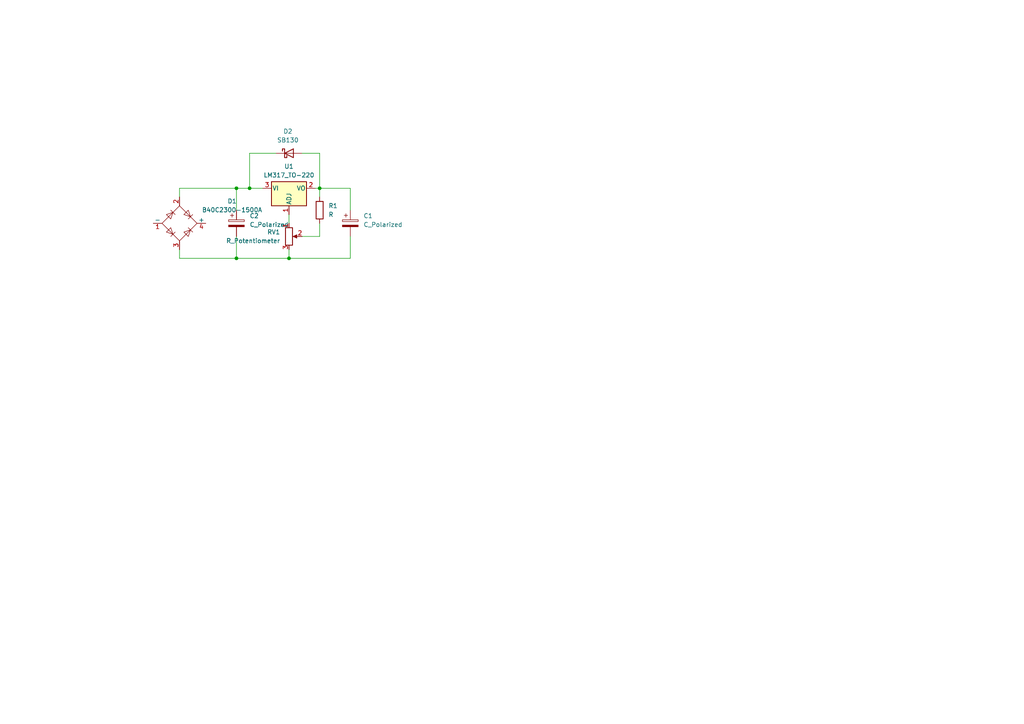
<source format=kicad_sch>
(kicad_sch (version 20250114) (generator "eeschema") (generator_version "9.0")
  (paper "A4")
  (lib_symbols
    (symbol "Device:C_Polarized" (pin_numbers (hide yes)) (pin_names (offset 0.254))
      (property "Reference" "C" (at 0.635 2.54 0))
      (property "Value" "C_Polarized" (at 0.635 -2.54 0))
      (symbol "C_Polarized_0_1"
        (rectangle (start -2.286 0.508) (end 2.286 1.016))
        (polyline (pts (xy -1.778 2.286) (xy -0.762 2.286)))
        (polyline (pts (xy -1.27 2.794) (xy -1.27 1.778)))
        (rectangle (start 2.286 -0.508) (end -2.286 -1.016) (fill (type outline)))
      )
      (symbol "C_Polarized_1_1"
        (pin passive line (at 0 3.81 270) (length 2.794) (name "~") (number "1"))
        (pin passive line (at 0 -3.81 90) (length 2.794) (name "~") (number "2"))
      )
    )
    (symbol "Device:R" (pin_numbers (hide yes)) (pin_names (offset 0))
      (property "Reference" "R" (at 2.032 0 90))
      (property "Value" "R" (at 0 0 90))
      (symbol "R_0_1"
        (rectangle (start -1.016 -2.54) (end 1.016 2.54) (stroke (width 0.254)))
      )
      (symbol "R_1_1"
        (pin passive line (at 0 3.81 270) (length 1.27) (name "~") (number "1"))
        (pin passive line (at 0 -3.81 90) (length 1.27) (name "~") (number "2"))
      )
    )
    (symbol "Device:R_Potentiometer" (pin_names (offset 1.016) (hide yes))
      (property "Reference" "RV" (at -4.445 0 90))
      (property "Value" "R_Potentiometer" (at -2.54 0 90))
      (symbol "R_Potentiometer_0_1"
        (rectangle (start 1.016 2.54) (end -1.016 -2.54) (stroke (width 0.254)))
        (polyline (pts (xy 1.143 0) (xy 2.286 0.508) (xy 2.286 -0.508) (xy 1.143 0)) (fill (type outline)))
        (polyline (pts (xy 2.54 0) (xy 1.524 0)))
      )
      (symbol "R_Potentiometer_1_1"
        (pin passive line (at 0 3.81 270) (length 1.27) (name "1") (number "1"))
        (pin passive line (at 0 -3.81 90) (length 1.27) (name "3") (number "3"))
        (pin passive line (at 3.81 0 180) (length 1.27) (name "2") (number "2"))
      )
    )
    (symbol "Diode:SB130" (pin_numbers (hide yes)) (pin_names (offset 1.016) (hide yes))
      (property "Reference" "D" (at 0 2.54 0))
      (property "Value" "SB130" (at 0 -2.54 0))
      (symbol "SB130_0_1"
        (polyline (pts (xy -1.905 0.635) (xy -1.905 1.27) (xy -1.27 1.27) (xy -1.27 -1.27) (xy -0.635 -1.27) (xy -0.635 -0.635)) (stroke (width 0.254)))
        (polyline (pts (xy 1.27 1.27) (xy 1.27 -1.27) (xy -1.27 0) (xy 1.27 1.27)) (stroke (width 0.254)))
        (polyline (pts (xy 1.27 0) (xy -1.27 0)))
      )
      (symbol "SB130_1_1"
        (pin passive line (at -3.81 0 0) (length 2.54) (name "K") (number "1"))
        (pin passive line (at 3.81 0 180) (length 2.54) (name "A") (number "2"))
      )
    )
    (symbol "Diode_Bridge:B40C2300-1500A" (pin_names (offset 0))
      (property "Reference" "D" (at 2.54 6.985 0))
      (property "Value" "B40C2300-1500A" (at 2.54 5.08 0))
      (symbol "B40C2300-1500A_0_1"
        (polyline (pts (xy -5.08 0) (xy 0 -5.08) (xy 5.08 0) (xy 0 5.08) (xy -5.08 0)))
        (polyline (pts (xy -3.81 2.54) (xy -2.54 1.27) (xy -1.905 3.175) (xy -3.81 2.54)))
        (polyline (pts (xy -2.54 3.81) (xy -1.27 2.54)))
        (polyline (pts (xy -2.54 -1.27) (xy -3.81 -2.54) (xy -1.905 -3.175) (xy -2.54 -1.27)))
        (polyline (pts (xy -1.27 -2.54) (xy -2.54 -3.81)))
        (polyline (pts (xy 1.27 2.54) (xy 2.54 3.81) (xy 3.175 1.905) (xy 1.27 2.54)))
        (polyline (pts (xy 2.54 1.27) (xy 3.81 2.54)))
        (polyline (pts (xy 2.54 -1.27) (xy 3.81 -2.54)))
        (polyline (pts (xy 3.175 -1.905) (xy 1.27 -2.54) (xy 2.54 -3.81) (xy 3.175 -1.905)))
      )
      (symbol "B40C2300-1500A_1_1"
        (pin passive line (at -7.62 0 0) (length 2.54) (name "-") (number "1"))
        (pin passive line (at 0 7.62 270) (length 2.54) (name "~") (number "2"))
        (pin passive line (at 0 -7.62 90) (length 2.54) (name "~") (number "3"))
        (pin passive line (at 7.62 0 180) (length 2.54) (name "+") (number "4"))
      )
    )
    (symbol "Regulator_Linear:LM317_TO-220" (pin_names (offset 0.254))
      (property "Reference" "U" (at -3.81 3.175 0))
      (property "Value" "LM317_TO-220" (at 0 3.175 0))
      (symbol "LM317_TO-220_0_1"
        (rectangle (start -5.08 1.905) (end 5.08 -5.08) (stroke (width 0.254)) (fill (type background)))
      )
      (symbol "LM317_TO-220_1_1"
        (pin power_in line (at -7.62 0 0) (length 2.54) (name "VI") (number "3"))
        (pin input line (at 0 -7.62 90) (length 2.54) (name "ADJ") (number "1"))
        (pin power_out line (at 7.62 0 180) (length 2.54) (name "VO") (number "2"))
      )
    )
  )
  (junction (at 83.82 74.93))
  (junction (at 72.39 54.61))
  (junction (at 92.71 54.61))
  (junction (at 68.58 54.61))
  (junction (at 68.58 74.93))
  (wire (pts (xy 83.82 74.93) (xy 101.6 74.93)))
  (wire (pts (xy 92.71 64.77) (xy 92.71 68.58)))
  (wire (pts (xy 52.07 72.39) (xy 52.07 74.93)))
  (wire (pts (xy 68.58 54.61) (xy 68.58 60.96)))
  (wire (pts (xy 72.39 44.45) (xy 72.39 54.61)))
  (wire (pts (xy 92.71 54.61) (xy 92.71 57.15)))
  (wire (pts (xy 101.6 74.93) (xy 101.6 68.58)))
  (wire (pts (xy 68.58 68.58) (xy 68.58 74.93)))
  (wire (pts (xy 52.07 74.93) (xy 68.58 74.93)))
  (wire (pts (xy 68.58 54.61) (xy 52.07 54.61)))
  (wire (pts (xy 68.58 74.93) (xy 83.82 74.93)))
  (wire (pts (xy 92.71 54.61) (xy 92.71 44.45)))
  (wire (pts (xy 80.01 44.45) (xy 72.39 44.45)))
  (wire (pts (xy 83.82 62.23) (xy 83.82 64.77)))
  (wire (pts (xy 91.44 54.61) (xy 92.71 54.61)))
  (wire (pts (xy 76.2 54.61) (xy 72.39 54.61)))
  (wire (pts (xy 52.07 54.61) (xy 52.07 57.15)))
  (wire (pts (xy 101.6 54.61) (xy 92.71 54.61)))
  (wire (pts (xy 92.71 68.58) (xy 87.63 68.58)))
  (wire (pts (xy 92.71 44.45) (xy 87.63 44.45)))
  (wire (pts (xy 72.39 54.61) (xy 68.58 54.61)))
  (wire (pts (xy 101.6 60.96) (xy 101.6 54.61)))
  (wire (pts (xy 83.82 72.39) (xy 83.82 74.93)))
  (symbol (lib_id "Device:C_Polarized") (at 68.58 64.77 0) (unit 1)
    (property "Reference" "C2" (at 72.39 62.6109 0) (effects (justify left)))
    (property "Value" "C_Polarized" (at 72.39 65.1509 0) (effects (justify left)))
    (property "Footprint" "Capacitor_THT:CP_Radial_D5.0mm_P2.50mm" (effects (hide yes)))
    (property "Description" "Polarized capacitor" (effects (hide yes)))
  )
  (symbol (lib_id "Diode_Bridge:B40C2300-1500A") (at 52.07 64.77 0) (unit 1)
    (property "Reference" "D1" (at 67.31 58.3498 0))
    (property "Value" "B40C2300-1500A" (at 67.31 60.8898 0))
    (property "Footprint" "Diode_THT:Diode_Bridge_19.0x3.5x10.0mm_P5.0mm" (effects (hide yes)))
    (property "Datasheet" "https://diotec.com/tl_files/diotec/files/pdf/datasheets/b40c2300.pdf" (effects (hide yes)))
    (property "Description" "Silicon Bridge Rectifier, 40V Vrms, 1.5A If, pins=-AA+, SIL-package" (effects (hide yes)))
  )
  (symbol (lib_id "Device:R_Potentiometer") (at 83.82 68.58 0) (unit 1)
    (property "Reference" "RV1" (at 81.28 67.3099 0) (effects (justify right)))
    (property "Value" "R_Potentiometer" (at 81.28 69.8499 0) (effects (justify right)))
    (property "Footprint" "Potentiometer_THT:Potentiometer_Piher_T-16H_Single_Horizontal" (effects (hide yes)))
    (property "Description" "Potentiometer" (effects (hide yes)))
  )
  (symbol (lib_id "Device:R") (at 92.71 60.96 0) (unit 1)
    (property "Reference" "R1" (at 95.25 59.6899 0) (effects (justify left)))
    (property "Value" "R" (at 95.25 62.2299 0) (effects (justify left)))
    (property "Footprint" "Resistor_THT:R_Axial_DIN0204_L3.6mm_D1.6mm_P5.08mm_Horizontal" (effects (hide yes)))
    (property "Description" "Resistor" (effects (hide yes)))
  )
  (symbol (lib_id "Device:C_Polarized") (at 101.6 64.77 0) (unit 1)
    (property "Reference" "C1" (at 105.41 62.6109 0) (effects (justify left)))
    (property "Value" "C_Polarized" (at 105.41 65.1509 0) (effects (justify left)))
    (property "Footprint" "Capacitor_THT:CP_Radial_D5.0mm_P2.50mm" (effects (hide yes)))
    (property "Description" "Polarized capacitor" (effects (hide yes)))
  )
  (symbol (lib_id "Regulator_Linear:LM317_TO-220") (at 83.82 54.61 0) (unit 1)
    (property "Reference" "U1" (at 83.82 48.26 0))
    (property "Value" "LM317_TO-220" (at 83.82 50.8 0))
    (property "Footprint" "Package_TO_SOT_THT:TO-220-3_Vertical" (effects (hide yes)))
    (property "Datasheet" "http://www.ti.com/lit/ds/symlink/lm317.pdf" (effects (hide yes)))
    (property "Description" "1.5A 35V Adjustable Linear Regulator, TO-220" (effects (hide yes)))
  )
  (symbol (lib_id "Diode:SB130") (at 83.82 44.45 0) (unit 1)
    (property "Reference" "D2" (at 83.5025 38.1 0))
    (property "Value" "SB130" (at 83.5025 40.64 0))
    (property "Footprint" "Diode_THT:D_DO-41_SOD81_P10.16mm_Horizontal" (effects (hide yes)))
    (property "Datasheet" "http://www.diodes.com/_files/datasheets/ds23022.pdf" (effects (hide yes)))
    (property "Description" "30V 1A Schottky Barrier Rectifier Diode, DO-41" (effects (hide yes)))
  )
)
</source>
